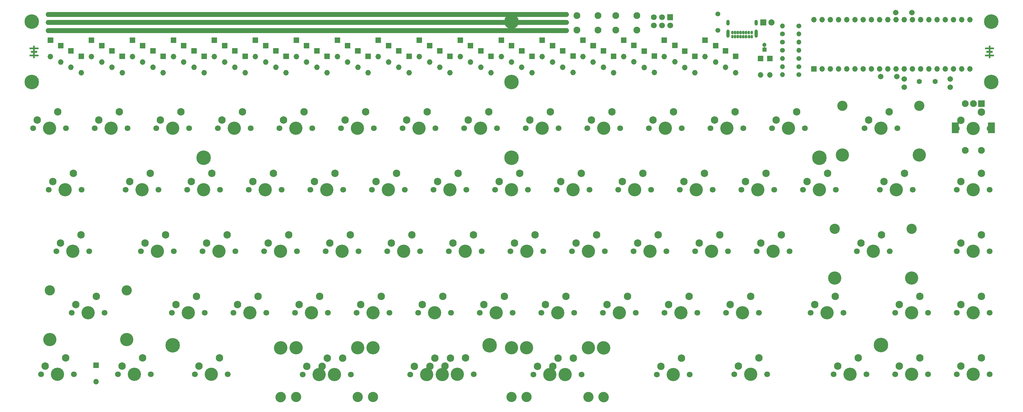
<source format=gts>
G04 #@! TF.GenerationSoftware,KiCad,Pcbnew,(5.1.10)-1*
G04 #@! TF.CreationDate,2021-07-26T01:32:03-04:00*
G04 #@! TF.ProjectId,discipline-pcb,64697363-6970-46c6-996e-652d7063622e,rev?*
G04 #@! TF.SameCoordinates,Original*
G04 #@! TF.FileFunction,Soldermask,Top*
G04 #@! TF.FilePolarity,Negative*
%FSLAX46Y46*%
G04 Gerber Fmt 4.6, Leading zero omitted, Abs format (unit mm)*
G04 Created by KiCad (PCBNEW (5.1.10)-1) date 2021-07-26 01:32:03*
%MOMM*%
%LPD*%
G01*
G04 APERTURE LIST*
%ADD10C,1.500000*%
%ADD11C,0.010000*%
%ADD12C,1.802000*%
%ADD13C,4.102000*%
%ADD14C,2.302000*%
%ADD15C,2.102000*%
%ADD16C,3.152000*%
%ADD17C,4.502000*%
%ADD18O,1.702000X1.702000*%
%ADD19C,1.702000*%
%ADD20C,1.302000*%
%ADD21O,1.502000X1.502000*%
%ADD22C,1.502000*%
%ADD23C,1.602000*%
%ADD24C,1.902000*%
%ADD25O,0.752000X1.102000*%
%ADD26O,1.002000X2.502000*%
%ADD27O,1.002000X1.802000*%
%ADD28C,0.100000*%
G04 APERTURE END LIST*
D10*
X223254308Y-59503020D02*
X62883004Y-59503020D01*
X223254308Y-61986290D02*
X62883004Y-61986290D01*
X223254308Y-64469560D02*
X62883004Y-64469560D01*
D11*
G36*
X354287356Y-69739610D02*
G01*
X354856739Y-69741787D01*
X355426122Y-69743963D01*
X355426122Y-70150363D01*
X354287356Y-70154715D01*
X354287356Y-70814996D01*
X355007023Y-70814996D01*
X355007023Y-71246796D01*
X354287356Y-71246796D01*
X354287356Y-71924010D01*
X354856739Y-71926187D01*
X355426122Y-71928363D01*
X355428385Y-72142146D01*
X355430647Y-72355929D01*
X354287356Y-72355929D01*
X354287356Y-72973996D01*
X353847089Y-72973996D01*
X353847089Y-72355929D01*
X352712556Y-72355929D01*
X352712556Y-71924130D01*
X353847089Y-71924130D01*
X353847089Y-71246796D01*
X353135889Y-71246796D01*
X353135889Y-70814996D01*
X353847089Y-70814996D01*
X353847089Y-70154596D01*
X352712556Y-70154596D01*
X352712556Y-69739730D01*
X353846870Y-69739730D01*
X353851322Y-69151296D01*
X354069339Y-69149037D01*
X354287356Y-69146777D01*
X354287356Y-69739610D01*
G37*
X354287356Y-69739610D02*
X354856739Y-69741787D01*
X355426122Y-69743963D01*
X355426122Y-70150363D01*
X354287356Y-70154715D01*
X354287356Y-70814996D01*
X355007023Y-70814996D01*
X355007023Y-71246796D01*
X354287356Y-71246796D01*
X354287356Y-71924010D01*
X354856739Y-71926187D01*
X355426122Y-71928363D01*
X355428385Y-72142146D01*
X355430647Y-72355929D01*
X354287356Y-72355929D01*
X354287356Y-72973996D01*
X353847089Y-72973996D01*
X353847089Y-72355929D01*
X352712556Y-72355929D01*
X352712556Y-71924130D01*
X353847089Y-71924130D01*
X353847089Y-71246796D01*
X353135889Y-71246796D01*
X353135889Y-70814996D01*
X353847089Y-70814996D01*
X353847089Y-70154596D01*
X352712556Y-70154596D01*
X352712556Y-69739730D01*
X353846870Y-69739730D01*
X353851322Y-69151296D01*
X354069339Y-69149037D01*
X354287356Y-69146777D01*
X354287356Y-69739610D01*
G36*
X58671725Y-69739610D02*
G01*
X59241108Y-69741787D01*
X59810491Y-69743963D01*
X59810491Y-70150363D01*
X58671725Y-70154715D01*
X58671725Y-70814996D01*
X59391392Y-70814996D01*
X59391392Y-71246796D01*
X58671725Y-71246796D01*
X58671725Y-71924010D01*
X59241108Y-71926187D01*
X59810491Y-71928363D01*
X59812754Y-72142146D01*
X59815016Y-72355929D01*
X58671725Y-72355929D01*
X58671725Y-72973996D01*
X58231458Y-72973996D01*
X58231458Y-72355929D01*
X57096925Y-72355929D01*
X57096925Y-71924130D01*
X58231458Y-71924130D01*
X58231458Y-71246796D01*
X57520258Y-71246796D01*
X57520258Y-70814996D01*
X58231458Y-70814996D01*
X58231458Y-70154596D01*
X57096925Y-70154596D01*
X57096925Y-69739730D01*
X58231239Y-69739730D01*
X58235691Y-69151296D01*
X58453708Y-69149037D01*
X58671725Y-69146777D01*
X58671725Y-69739610D01*
G37*
X58671725Y-69739610D02*
X59241108Y-69741787D01*
X59810491Y-69743963D01*
X59810491Y-70150363D01*
X58671725Y-70154715D01*
X58671725Y-70814996D01*
X59391392Y-70814996D01*
X59391392Y-71246796D01*
X58671725Y-71246796D01*
X58671725Y-71924010D01*
X59241108Y-71926187D01*
X59810491Y-71928363D01*
X59812754Y-72142146D01*
X59815016Y-72355929D01*
X58671725Y-72355929D01*
X58671725Y-72973996D01*
X58231458Y-72973996D01*
X58231458Y-72355929D01*
X57096925Y-72355929D01*
X57096925Y-71924130D01*
X58231458Y-71924130D01*
X58231458Y-71246796D01*
X57520258Y-71246796D01*
X57520258Y-70814996D01*
X58231458Y-70814996D01*
X58231458Y-70154596D01*
X57096925Y-70154596D01*
X57096925Y-69739730D01*
X58231239Y-69739730D01*
X58235691Y-69151296D01*
X58453708Y-69149037D01*
X58671725Y-69146777D01*
X58671725Y-69739610D01*
D10*
X223254308Y-59503020D02*
X62883004Y-59503020D01*
X223254308Y-61986290D02*
X62883004Y-61986290D01*
X223254308Y-64469560D02*
X62883004Y-64469560D01*
D11*
G36*
X354287356Y-69739610D02*
G01*
X354856739Y-69741787D01*
X355426122Y-69743963D01*
X355426122Y-70150363D01*
X354287356Y-70154715D01*
X354287356Y-70814996D01*
X355007023Y-70814996D01*
X355007023Y-71246796D01*
X354287356Y-71246796D01*
X354287356Y-71924010D01*
X354856739Y-71926187D01*
X355426122Y-71928363D01*
X355428385Y-72142146D01*
X355430647Y-72355929D01*
X354287356Y-72355929D01*
X354287356Y-72973996D01*
X353847089Y-72973996D01*
X353847089Y-72355929D01*
X352712556Y-72355929D01*
X352712556Y-71924130D01*
X353847089Y-71924130D01*
X353847089Y-71246796D01*
X353135889Y-71246796D01*
X353135889Y-70814996D01*
X353847089Y-70814996D01*
X353847089Y-70154596D01*
X352712556Y-70154596D01*
X352712556Y-69739730D01*
X353846870Y-69739730D01*
X353851322Y-69151296D01*
X354069339Y-69149037D01*
X354287356Y-69146777D01*
X354287356Y-69739610D01*
G37*
X354287356Y-69739610D02*
X354856739Y-69741787D01*
X355426122Y-69743963D01*
X355426122Y-70150363D01*
X354287356Y-70154715D01*
X354287356Y-70814996D01*
X355007023Y-70814996D01*
X355007023Y-71246796D01*
X354287356Y-71246796D01*
X354287356Y-71924010D01*
X354856739Y-71926187D01*
X355426122Y-71928363D01*
X355428385Y-72142146D01*
X355430647Y-72355929D01*
X354287356Y-72355929D01*
X354287356Y-72973996D01*
X353847089Y-72973996D01*
X353847089Y-72355929D01*
X352712556Y-72355929D01*
X352712556Y-71924130D01*
X353847089Y-71924130D01*
X353847089Y-71246796D01*
X353135889Y-71246796D01*
X353135889Y-70814996D01*
X353847089Y-70814996D01*
X353847089Y-70154596D01*
X352712556Y-70154596D01*
X352712556Y-69739730D01*
X353846870Y-69739730D01*
X353851322Y-69151296D01*
X354069339Y-69149037D01*
X354287356Y-69146777D01*
X354287356Y-69739610D01*
G36*
X58671725Y-69739610D02*
G01*
X59241108Y-69741787D01*
X59810491Y-69743963D01*
X59810491Y-70150363D01*
X58671725Y-70154715D01*
X58671725Y-70814996D01*
X59391392Y-70814996D01*
X59391392Y-71246796D01*
X58671725Y-71246796D01*
X58671725Y-71924010D01*
X59241108Y-71926187D01*
X59810491Y-71928363D01*
X59812754Y-72142146D01*
X59815016Y-72355929D01*
X58671725Y-72355929D01*
X58671725Y-72973996D01*
X58231458Y-72973996D01*
X58231458Y-72355929D01*
X57096925Y-72355929D01*
X57096925Y-71924130D01*
X58231458Y-71924130D01*
X58231458Y-71246796D01*
X57520258Y-71246796D01*
X57520258Y-70814996D01*
X58231458Y-70814996D01*
X58231458Y-70154596D01*
X57096925Y-70154596D01*
X57096925Y-69739730D01*
X58231239Y-69739730D01*
X58235691Y-69151296D01*
X58453708Y-69149037D01*
X58671725Y-69146777D01*
X58671725Y-69739610D01*
G37*
X58671725Y-69739610D02*
X59241108Y-69741787D01*
X59810491Y-69743963D01*
X59810491Y-70150363D01*
X58671725Y-70154715D01*
X58671725Y-70814996D01*
X59391392Y-70814996D01*
X59391392Y-71246796D01*
X58671725Y-71246796D01*
X58671725Y-71924010D01*
X59241108Y-71926187D01*
X59810491Y-71928363D01*
X59812754Y-72142146D01*
X59815016Y-72355929D01*
X58671725Y-72355929D01*
X58671725Y-72973996D01*
X58231458Y-72973996D01*
X58231458Y-72355929D01*
X57096925Y-72355929D01*
X57096925Y-71924130D01*
X58231458Y-71924130D01*
X58231458Y-71246796D01*
X57520258Y-71246796D01*
X57520258Y-70814996D01*
X58231458Y-70814996D01*
X58231458Y-70154596D01*
X57096925Y-70154596D01*
X57096925Y-69739730D01*
X58231239Y-69739730D01*
X58235691Y-69151296D01*
X58453708Y-69149037D01*
X58671725Y-69146777D01*
X58671725Y-69739610D01*
D12*
X354166000Y-94798000D03*
X344006000Y-94798000D03*
D13*
X349086000Y-94798000D03*
D14*
X345276000Y-92258000D03*
X351626000Y-89718000D03*
D15*
X346599500Y-101622000D03*
X351599500Y-101622000D03*
G36*
G01*
X342499500Y-92971000D02*
X344499500Y-92971000D01*
G75*
G02*
X344550500Y-93022000I0J-51000D01*
G01*
X344550500Y-96222000D01*
G75*
G02*
X344499500Y-96273000I-51000J0D01*
G01*
X342499500Y-96273000D01*
G75*
G02*
X342448500Y-96222000I0J51000D01*
G01*
X342448500Y-93022000D01*
G75*
G02*
X342499500Y-92971000I51000J0D01*
G01*
G37*
G36*
G01*
X353699500Y-92971000D02*
X355699500Y-92971000D01*
G75*
G02*
X355750500Y-93022000I0J-51000D01*
G01*
X355750500Y-96222000D01*
G75*
G02*
X355699500Y-96273000I-51000J0D01*
G01*
X353699500Y-96273000D01*
G75*
G02*
X353648500Y-96222000I0J51000D01*
G01*
X353648500Y-93022000D01*
G75*
G02*
X353699500Y-92971000I51000J0D01*
G01*
G37*
X346599500Y-87122000D03*
X349099500Y-87122000D03*
G36*
G01*
X350599500Y-86071000D02*
X352599500Y-86071000D01*
G75*
G02*
X352650500Y-86122000I0J-51000D01*
G01*
X352650500Y-88122000D01*
G75*
G02*
X352599500Y-88173000I-51000J0D01*
G01*
X350599500Y-88173000D01*
G75*
G02*
X350548500Y-88122000I0J51000D01*
G01*
X350548500Y-86122000D01*
G75*
G02*
X350599500Y-86071000I51000J0D01*
G01*
G37*
D14*
X154000000Y-165900000D03*
X147650000Y-168440000D03*
D13*
X151460000Y-170980000D03*
D12*
X146380000Y-170980000D03*
X156540000Y-170980000D03*
D13*
X139560000Y-162740000D03*
X163360000Y-162740000D03*
D16*
X163360000Y-177980000D03*
X139560000Y-177980000D03*
X330035250Y-125873750D03*
X306235250Y-125873750D03*
D13*
X306235250Y-141113750D03*
X330035250Y-141113750D03*
D12*
X323215250Y-132873750D03*
X313055250Y-132873750D03*
D13*
X318135250Y-132873750D03*
D14*
X314325250Y-130333750D03*
X320675250Y-127793750D03*
X323056250Y-89693750D03*
X316706250Y-92233750D03*
D13*
X320516250Y-94773750D03*
D12*
X315436250Y-94773750D03*
X325596250Y-94773750D03*
D13*
X332416250Y-103013750D03*
X308616250Y-103013750D03*
D16*
X308616250Y-87773750D03*
X332416250Y-87773750D03*
D14*
X282790000Y-165883620D03*
X276440000Y-168423620D03*
D13*
X280250000Y-170963620D03*
D12*
X275170000Y-170963620D03*
X285330000Y-170963620D03*
D17*
X206213345Y-61694750D03*
X206213345Y-80444750D03*
X199436000Y-161948000D03*
X206236000Y-103848000D03*
X301436000Y-103848000D03*
X110936000Y-103848000D03*
X320536000Y-161848000D03*
X101436000Y-161948000D03*
X354660309Y-80444750D03*
X354660309Y-61694750D03*
X57766382Y-61694750D03*
X57766382Y-80444750D03*
D18*
X275541929Y-77516199D03*
G36*
G01*
X274741929Y-71585199D02*
X276341929Y-71585199D01*
G75*
G02*
X276392929Y-71636199I0J-51000D01*
G01*
X276392929Y-73236199D01*
G75*
G02*
X276341929Y-73287199I-51000J0D01*
G01*
X274741929Y-73287199D01*
G75*
G02*
X274690929Y-73236199I0J51000D01*
G01*
X274690929Y-71636199D01*
G75*
G02*
X274741929Y-71585199I51000J0D01*
G01*
G37*
D16*
X87147450Y-144923750D03*
X63347450Y-144923750D03*
D13*
X63347450Y-160163750D03*
X87147450Y-160163750D03*
D12*
X80327450Y-151923750D03*
X70167450Y-151923750D03*
D13*
X75247450Y-151923750D03*
D14*
X71437450Y-149383750D03*
X77787450Y-146843750D03*
X65881250Y-89693750D03*
X59531250Y-92233750D03*
D13*
X63341250Y-94773750D03*
D12*
X58261250Y-94773750D03*
X68421250Y-94773750D03*
D14*
X258790000Y-165920000D03*
X252440000Y-168460000D03*
D13*
X256250000Y-171000000D03*
D12*
X251170000Y-171000000D03*
X261330000Y-171000000D03*
D14*
X225350000Y-165900000D03*
X219000000Y-168440000D03*
D13*
X222810000Y-170980000D03*
D12*
X217730000Y-170980000D03*
X227890000Y-170980000D03*
D13*
X210910000Y-162740000D03*
X234710000Y-162740000D03*
D16*
X234710000Y-177980000D03*
X210910000Y-177980000D03*
D14*
X149250000Y-165900000D03*
X142900000Y-168440000D03*
D13*
X146710000Y-170980000D03*
D12*
X141630000Y-170980000D03*
X151790000Y-170980000D03*
D13*
X134810000Y-162740000D03*
X158610000Y-162740000D03*
D16*
X158610000Y-177980000D03*
X134810000Y-177980000D03*
D14*
X220650000Y-165900000D03*
X214300000Y-168440000D03*
D13*
X218110000Y-170980000D03*
D12*
X213030000Y-170980000D03*
X223190000Y-170980000D03*
D13*
X206210000Y-162740000D03*
X230010000Y-162740000D03*
D16*
X230010000Y-177980000D03*
X206210000Y-177980000D03*
D14*
X187325000Y-165925500D03*
X180975000Y-168465500D03*
D13*
X184785000Y-171005500D03*
D12*
X179705000Y-171005500D03*
X189865000Y-171005500D03*
D13*
X134785000Y-162765500D03*
X234785000Y-162765500D03*
D16*
X234785000Y-178005500D03*
X134785000Y-178005500D03*
D18*
X77724000Y-173228000D03*
G36*
G01*
X76924000Y-167297000D02*
X78524000Y-167297000D01*
G75*
G02*
X78575000Y-167348000I0J-51000D01*
G01*
X78575000Y-168948000D01*
G75*
G02*
X78524000Y-168999000I-51000J0D01*
G01*
X76924000Y-168999000D01*
G75*
G02*
X76873000Y-168948000I0J51000D01*
G01*
X76873000Y-167348000D01*
G75*
G02*
X76924000Y-167297000I51000J0D01*
G01*
G37*
D14*
X182500000Y-165900000D03*
X176150000Y-168440000D03*
D13*
X179960000Y-170980000D03*
D12*
X174880000Y-170980000D03*
X185040000Y-170980000D03*
D14*
X192000000Y-165893750D03*
X185650000Y-168433750D03*
D13*
X189460000Y-170973750D03*
D12*
X184380000Y-170973750D03*
X194540000Y-170973750D03*
D18*
X250444000Y-77470000D03*
G36*
G01*
X249644000Y-71539000D02*
X251244000Y-71539000D01*
G75*
G02*
X251295000Y-71590000I0J-51000D01*
G01*
X251295000Y-73190000D01*
G75*
G02*
X251244000Y-73241000I-51000J0D01*
G01*
X249644000Y-73241000D01*
G75*
G02*
X249593000Y-73190000I0J51000D01*
G01*
X249593000Y-71590000D01*
G75*
G02*
X249644000Y-71539000I51000J0D01*
G01*
G37*
X256794000Y-74168000D03*
G36*
G01*
X255994000Y-68237000D02*
X257594000Y-68237000D01*
G75*
G02*
X257645000Y-68288000I0J-51000D01*
G01*
X257645000Y-69888000D01*
G75*
G02*
X257594000Y-69939000I-51000J0D01*
G01*
X255994000Y-69939000D01*
G75*
G02*
X255943000Y-69888000I0J51000D01*
G01*
X255943000Y-68288000D01*
G75*
G02*
X255994000Y-68237000I51000J0D01*
G01*
G37*
D19*
X325471062Y-78716416D03*
X320471062Y-78716416D03*
X330125530Y-58926178D03*
X325125530Y-58926178D03*
G36*
G01*
X285077677Y-71055866D02*
X283877675Y-71055866D01*
G75*
G02*
X283826676Y-71004867I0J50999D01*
G01*
X283826676Y-69804865D01*
G75*
G02*
X283877675Y-69753866I50999J0D01*
G01*
X285077677Y-69753866D01*
G75*
G02*
X285128676Y-69804865I0J-50999D01*
G01*
X285128676Y-71004867D01*
G75*
G02*
X285077677Y-71055866I-50999J0D01*
G01*
G37*
D20*
X284477676Y-68904866D03*
D19*
X327680238Y-79506040D03*
X327680238Y-82006040D03*
X341906112Y-79506040D03*
X341906112Y-82006040D03*
D21*
X290026316Y-78138982D03*
D22*
X295106316Y-78138982D03*
D21*
X290026316Y-75645517D03*
D22*
X295106316Y-75645517D03*
D21*
X290026316Y-73152052D03*
D22*
X295106316Y-73152052D03*
D21*
X295106316Y-70580211D03*
D22*
X290026316Y-70580211D03*
D21*
X295106316Y-68060499D03*
D22*
X290026316Y-68060499D03*
D21*
X295106316Y-65567034D03*
D22*
X290026316Y-65567034D03*
D21*
X290026316Y-63073204D03*
D22*
X295106316Y-63073204D03*
G36*
G01*
X300553430Y-77240182D02*
X298953430Y-77240182D01*
G75*
G02*
X298902430Y-77189182I0J51000D01*
G01*
X298902430Y-75589182D01*
G75*
G02*
X298953430Y-75538182I51000J0D01*
G01*
X300553430Y-75538182D01*
G75*
G02*
X300604430Y-75589182I0J-51000D01*
G01*
X300604430Y-77189182D01*
G75*
G02*
X300553430Y-77240182I-51000J0D01*
G01*
G37*
D18*
X348013430Y-61149182D03*
X302293430Y-76389182D03*
X345473430Y-61149182D03*
X304833430Y-76389182D03*
X342933430Y-61149182D03*
X307373430Y-76389182D03*
X340393430Y-61149182D03*
X309913430Y-76389182D03*
X337853430Y-61149182D03*
X312453430Y-76389182D03*
X335313430Y-61149182D03*
X314993430Y-76389182D03*
X332773430Y-61149182D03*
X317533430Y-76389182D03*
X330233430Y-61149182D03*
X320073430Y-76389182D03*
X327693430Y-61149182D03*
X322613430Y-76389182D03*
X325153430Y-61149182D03*
X325153430Y-76389182D03*
X322613430Y-61149182D03*
X327693430Y-76389182D03*
X320073430Y-61149182D03*
X330233430Y-76389182D03*
X317533430Y-61149182D03*
X332773430Y-76389182D03*
X314993430Y-61149182D03*
X335313430Y-76389182D03*
X312453430Y-61149182D03*
X337853430Y-76389182D03*
X309913430Y-61149182D03*
X340393430Y-76389182D03*
X307373430Y-61149182D03*
X342933430Y-76389182D03*
X304833430Y-61149182D03*
X345473430Y-76389182D03*
X302293430Y-61149182D03*
X348013430Y-76389182D03*
X299753430Y-61149182D03*
G36*
G01*
X256194830Y-59500870D02*
X256194830Y-61200870D01*
G75*
G02*
X256143830Y-61251870I-51000J0D01*
G01*
X254443830Y-61251870D01*
G75*
G02*
X254392830Y-61200870I0J51000D01*
G01*
X254392830Y-59500870D01*
G75*
G02*
X254443830Y-59449870I51000J0D01*
G01*
X256143830Y-59449870D01*
G75*
G02*
X256194830Y-59500870I0J-51000D01*
G01*
G37*
D12*
X255293830Y-62890870D03*
X252753830Y-60350870D03*
X252753830Y-62890870D03*
X250213830Y-60350870D03*
X250213830Y-62890870D03*
D14*
X68262450Y-165883620D03*
X61912450Y-168423620D03*
D13*
X65722450Y-170963620D03*
D12*
X60642450Y-170963620D03*
X70802450Y-170963620D03*
D14*
X92075050Y-165893750D03*
X85725050Y-168433750D03*
D13*
X89535050Y-170973750D03*
D12*
X84455050Y-170973750D03*
X94615050Y-170973750D03*
D14*
X115887450Y-165883620D03*
X109537450Y-168423620D03*
D13*
X113347450Y-170963620D03*
D12*
X108267450Y-170963620D03*
X118427450Y-170963620D03*
D14*
X73025050Y-127783620D03*
X66675050Y-130323620D03*
D13*
X70485050Y-132863620D03*
D12*
X65405050Y-132863620D03*
X75565050Y-132863620D03*
D14*
X306387250Y-146843750D03*
X300037250Y-149383750D03*
D13*
X303847250Y-151923750D03*
D12*
X298767250Y-151923750D03*
X308927250Y-151923750D03*
X73183750Y-113823750D03*
X63023750Y-113823750D03*
D13*
X68103750Y-113823750D03*
D14*
X64293750Y-111283750D03*
X70643750Y-108743750D03*
D12*
X330358250Y-113823750D03*
X320198250Y-113823750D03*
D13*
X325278250Y-113823750D03*
D14*
X321468250Y-111283750D03*
X327818250Y-108743750D03*
X294481250Y-89693750D03*
X288131250Y-92233750D03*
D13*
X291941250Y-94773750D03*
D12*
X286861250Y-94773750D03*
X297021250Y-94773750D03*
D14*
X132556250Y-108743750D03*
X126206250Y-111283750D03*
D13*
X130016250Y-113823750D03*
D12*
X124936250Y-113823750D03*
X135096250Y-113823750D03*
D14*
X84931250Y-89693750D03*
X78581250Y-92233750D03*
D13*
X82391250Y-94773750D03*
D12*
X77311250Y-94773750D03*
X87471250Y-94773750D03*
D14*
X103981250Y-89693750D03*
X97631250Y-92233750D03*
D13*
X101441250Y-94773750D03*
D12*
X96361250Y-94773750D03*
X106521250Y-94773750D03*
D14*
X123031250Y-89693750D03*
X116681250Y-92233750D03*
D13*
X120491250Y-94773750D03*
D12*
X115411250Y-94773750D03*
X125571250Y-94773750D03*
D14*
X142081250Y-89693750D03*
X135731250Y-92233750D03*
D13*
X139541250Y-94773750D03*
D12*
X134461250Y-94773750D03*
X144621250Y-94773750D03*
D14*
X161131250Y-89693750D03*
X154781250Y-92233750D03*
D13*
X158591250Y-94773750D03*
D12*
X153511250Y-94773750D03*
X163671250Y-94773750D03*
D14*
X180181250Y-89693750D03*
X173831250Y-92233750D03*
D13*
X177641250Y-94773750D03*
D12*
X172561250Y-94773750D03*
X182721250Y-94773750D03*
D14*
X199231250Y-89693750D03*
X192881250Y-92233750D03*
D13*
X196691250Y-94773750D03*
D12*
X191611250Y-94773750D03*
X201771250Y-94773750D03*
D14*
X218281250Y-89693750D03*
X211931250Y-92233750D03*
D13*
X215741250Y-94773750D03*
D12*
X210661250Y-94773750D03*
X220821250Y-94773750D03*
D14*
X237331250Y-89693750D03*
X230981250Y-92233750D03*
D13*
X234791250Y-94773750D03*
D12*
X229711250Y-94773750D03*
X239871250Y-94773750D03*
D14*
X256381250Y-89693750D03*
X250031250Y-92233750D03*
D13*
X253841250Y-94773750D03*
D12*
X248761250Y-94773750D03*
X258921250Y-94773750D03*
D14*
X275431250Y-89693750D03*
X269081250Y-92233750D03*
D13*
X272891250Y-94773750D03*
D12*
X267811250Y-94773750D03*
X277971250Y-94773750D03*
D14*
X94456250Y-108743750D03*
X88106250Y-111283750D03*
D13*
X91916250Y-113823750D03*
D12*
X86836250Y-113823750D03*
X96996250Y-113823750D03*
D14*
X113506250Y-108743750D03*
X107156250Y-111283750D03*
D13*
X110966250Y-113823750D03*
D12*
X105886250Y-113823750D03*
X116046250Y-113823750D03*
D14*
X151606250Y-108743750D03*
X145256250Y-111283750D03*
D13*
X149066250Y-113823750D03*
D12*
X143986250Y-113823750D03*
X154146250Y-113823750D03*
D14*
X170656250Y-108743750D03*
X164306250Y-111283750D03*
D13*
X168116250Y-113823750D03*
D12*
X163036250Y-113823750D03*
X173196250Y-113823750D03*
D14*
X189706250Y-108743750D03*
X183356250Y-111283750D03*
D13*
X187166250Y-113823750D03*
D12*
X182086250Y-113823750D03*
X192246250Y-113823750D03*
D14*
X208756250Y-108743750D03*
X202406250Y-111283750D03*
D13*
X206216250Y-113823750D03*
D12*
X201136250Y-113823750D03*
X211296250Y-113823750D03*
D14*
X227806250Y-108743750D03*
X221456250Y-111283750D03*
D13*
X225266250Y-113823750D03*
D12*
X220186250Y-113823750D03*
X230346250Y-113823750D03*
D14*
X246856250Y-108743750D03*
X240506250Y-111283750D03*
D13*
X244316250Y-113823750D03*
D12*
X239236250Y-113823750D03*
X249396250Y-113823750D03*
D14*
X265906250Y-108743750D03*
X259556250Y-111283750D03*
D13*
X263366250Y-113823750D03*
D12*
X258286250Y-113823750D03*
X268446250Y-113823750D03*
D14*
X284956250Y-108743750D03*
X278606250Y-111283750D03*
D13*
X282416250Y-113823750D03*
D12*
X277336250Y-113823750D03*
X287496250Y-113823750D03*
D14*
X304006250Y-108743750D03*
X297656250Y-111283750D03*
D13*
X301466250Y-113823750D03*
D12*
X296386250Y-113823750D03*
X306546250Y-113823750D03*
D14*
X351631250Y-108743750D03*
X345281250Y-111283750D03*
D13*
X349091250Y-113823750D03*
D12*
X344011250Y-113823750D03*
X354171250Y-113823750D03*
D14*
X99218750Y-127793750D03*
X92868750Y-130333750D03*
D13*
X96678750Y-132873750D03*
D12*
X91598750Y-132873750D03*
X101758750Y-132873750D03*
D14*
X118268750Y-127793750D03*
X111918750Y-130333750D03*
D13*
X115728750Y-132873750D03*
D12*
X110648750Y-132873750D03*
X120808750Y-132873750D03*
D14*
X137318750Y-127793750D03*
X130968750Y-130333750D03*
D13*
X134778750Y-132873750D03*
D12*
X129698750Y-132873750D03*
X139858750Y-132873750D03*
D14*
X156368250Y-127793750D03*
X150018250Y-130333750D03*
D13*
X153828250Y-132873750D03*
D12*
X148748250Y-132873750D03*
X158908250Y-132873750D03*
D14*
X175418250Y-127793750D03*
X169068250Y-130333750D03*
D13*
X172878250Y-132873750D03*
D12*
X167798250Y-132873750D03*
X177958250Y-132873750D03*
D14*
X194468250Y-127793750D03*
X188118250Y-130333750D03*
D13*
X191928250Y-132873750D03*
D12*
X186848250Y-132873750D03*
X197008250Y-132873750D03*
D14*
X213518250Y-127793750D03*
X207168250Y-130333750D03*
D13*
X210978250Y-132873750D03*
D12*
X205898250Y-132873750D03*
X216058250Y-132873750D03*
D14*
X232568250Y-127793750D03*
X226218250Y-130333750D03*
D13*
X230028250Y-132873750D03*
D12*
X224948250Y-132873750D03*
X235108250Y-132873750D03*
D14*
X251618250Y-127793750D03*
X245268250Y-130333750D03*
D13*
X249078250Y-132873750D03*
D12*
X243998250Y-132873750D03*
X254158250Y-132873750D03*
D14*
X270668250Y-127793750D03*
X264318250Y-130333750D03*
D13*
X268128250Y-132873750D03*
D12*
X263048250Y-132873750D03*
X273208250Y-132873750D03*
D14*
X289718250Y-127793750D03*
X283368250Y-130333750D03*
D13*
X287178250Y-132873750D03*
D12*
X282098250Y-132873750D03*
X292258250Y-132873750D03*
D14*
X351631250Y-127793750D03*
X345281250Y-130333750D03*
D13*
X349091250Y-132873750D03*
D12*
X344011250Y-132873750D03*
X354171250Y-132873750D03*
D14*
X108743750Y-146843750D03*
X102393750Y-149383750D03*
D13*
X106203750Y-151923750D03*
D12*
X101123750Y-151923750D03*
X111283750Y-151923750D03*
D14*
X127793750Y-146843750D03*
X121443750Y-149383750D03*
D13*
X125253750Y-151923750D03*
D12*
X120173750Y-151923750D03*
X130333750Y-151923750D03*
D14*
X146843750Y-146843750D03*
X140493750Y-149383750D03*
D13*
X144303750Y-151923750D03*
D12*
X139223750Y-151923750D03*
X149383750Y-151923750D03*
D14*
X165894250Y-146843750D03*
X159544250Y-149383750D03*
D13*
X163354250Y-151923750D03*
D12*
X158274250Y-151923750D03*
X168434250Y-151923750D03*
D14*
X184944250Y-146843750D03*
X178594250Y-149383750D03*
D13*
X182404250Y-151923750D03*
D12*
X177324250Y-151923750D03*
X187484250Y-151923750D03*
D14*
X203994250Y-146843750D03*
X197644250Y-149383750D03*
D13*
X201454250Y-151923750D03*
D12*
X196374250Y-151923750D03*
X206534250Y-151923750D03*
D14*
X223044250Y-146843750D03*
X216694250Y-149383750D03*
D13*
X220504250Y-151923750D03*
D12*
X215424250Y-151923750D03*
X225584250Y-151923750D03*
D14*
X242094250Y-146843750D03*
X235744250Y-149383750D03*
D13*
X239554250Y-151923750D03*
D12*
X234474250Y-151923750D03*
X244634250Y-151923750D03*
D14*
X261144250Y-146843750D03*
X254794250Y-149383750D03*
D13*
X258604250Y-151923750D03*
D12*
X253524250Y-151923750D03*
X263684250Y-151923750D03*
D14*
X280194250Y-146843750D03*
X273844250Y-149383750D03*
D13*
X277654250Y-151923750D03*
D12*
X272574250Y-151923750D03*
X282734250Y-151923750D03*
D14*
X332581250Y-146843750D03*
X326231250Y-149383750D03*
D13*
X330041250Y-151923750D03*
D12*
X324961250Y-151923750D03*
X335121250Y-151923750D03*
D14*
X351631250Y-146843750D03*
X345281250Y-149383750D03*
D13*
X349091250Y-151923750D03*
D12*
X344011250Y-151923750D03*
X354171250Y-151923750D03*
D14*
X313531250Y-165893750D03*
X307181250Y-168433750D03*
D13*
X310991250Y-170973750D03*
D12*
X305911250Y-170973750D03*
X316071250Y-170973750D03*
D14*
X332581250Y-165893750D03*
X326231250Y-168433750D03*
D13*
X330041250Y-170973750D03*
D12*
X324961250Y-170973750D03*
X335121250Y-170973750D03*
D14*
X351631250Y-165893750D03*
X345281250Y-168433750D03*
D13*
X349091250Y-170973750D03*
D12*
X344011250Y-170973750D03*
X354171250Y-170973750D03*
D23*
X337251644Y-80256240D03*
X332371644Y-80256240D03*
D24*
X286667716Y-61970830D03*
G36*
G01*
X283176716Y-62870830D02*
X283176716Y-61070830D01*
G75*
G02*
X283227716Y-61019830I51000J0D01*
G01*
X285027716Y-61019830D01*
G75*
G02*
X285078716Y-61070830I0J-51000D01*
G01*
X285078716Y-62870830D01*
G75*
G02*
X285027716Y-62921830I-51000J0D01*
G01*
X283227716Y-62921830D01*
G75*
G02*
X283176716Y-62870830I0J51000D01*
G01*
G37*
D25*
X278823468Y-66391022D03*
X280523468Y-66391022D03*
X279673468Y-66391022D03*
X277973468Y-66391022D03*
X277123468Y-66391022D03*
X276273468Y-66391022D03*
X275423468Y-66391022D03*
X274573468Y-66391022D03*
X280523468Y-65066022D03*
X279668468Y-65066022D03*
X278818468Y-65066022D03*
X277968468Y-65066022D03*
X277118468Y-65066022D03*
X276268468Y-65066022D03*
X275418468Y-65066022D03*
X274568468Y-65066022D03*
D26*
X281873468Y-65411022D03*
X273223468Y-65411022D03*
D27*
X281873468Y-62031022D03*
X273223468Y-62031022D03*
D22*
X270047614Y-59350838D03*
X270047614Y-64450838D03*
D15*
X244985732Y-59836074D03*
X244985732Y-64336074D03*
X238485732Y-59836074D03*
X238485732Y-64336074D03*
X232985732Y-59836074D03*
X232985732Y-64336074D03*
X226485732Y-59836074D03*
X226485732Y-64336074D03*
D18*
X63600284Y-72555612D03*
G36*
G01*
X62800284Y-66624612D02*
X64400284Y-66624612D01*
G75*
G02*
X64451284Y-66675612I0J-51000D01*
G01*
X64451284Y-68275612D01*
G75*
G02*
X64400284Y-68326612I-51000J0D01*
G01*
X62800284Y-68326612D01*
G75*
G02*
X62749284Y-68275612I0J51000D01*
G01*
X62749284Y-66675612D01*
G75*
G02*
X62800284Y-66624612I51000J0D01*
G01*
G37*
X73108673Y-77516199D03*
G36*
G01*
X72308673Y-71585199D02*
X73908673Y-71585199D01*
G75*
G02*
X73959673Y-71636199I0J-51000D01*
G01*
X73959673Y-73236199D01*
G75*
G02*
X73908673Y-73287199I-51000J0D01*
G01*
X72308673Y-73287199D01*
G75*
G02*
X72257673Y-73236199I0J51000D01*
G01*
X72257673Y-71636199D01*
G75*
G02*
X72308673Y-71585199I51000J0D01*
G01*
G37*
X85786525Y-77516199D03*
G36*
G01*
X84986525Y-71585199D02*
X86586525Y-71585199D01*
G75*
G02*
X86637525Y-71636199I0J-51000D01*
G01*
X86637525Y-73236199D01*
G75*
G02*
X86586525Y-73287199I-51000J0D01*
G01*
X84986525Y-73287199D01*
G75*
G02*
X84935525Y-73236199I0J51000D01*
G01*
X84935525Y-71636199D01*
G75*
G02*
X84986525Y-71585199I51000J0D01*
G01*
G37*
X88955988Y-72555612D03*
G36*
G01*
X88155988Y-66624612D02*
X89755988Y-66624612D01*
G75*
G02*
X89806988Y-66675612I0J-51000D01*
G01*
X89806988Y-68275612D01*
G75*
G02*
X89755988Y-68326612I-51000J0D01*
G01*
X88155988Y-68326612D01*
G75*
G02*
X88104988Y-68275612I0J51000D01*
G01*
X88104988Y-66675612D01*
G75*
G02*
X88155988Y-66624612I51000J0D01*
G01*
G37*
X101633840Y-72555612D03*
G36*
G01*
X100833840Y-66624612D02*
X102433840Y-66624612D01*
G75*
G02*
X102484840Y-66675612I0J-51000D01*
G01*
X102484840Y-68275612D01*
G75*
G02*
X102433840Y-68326612I-51000J0D01*
G01*
X100833840Y-68326612D01*
G75*
G02*
X100782840Y-68275612I0J51000D01*
G01*
X100782840Y-66675612D01*
G75*
G02*
X100833840Y-66624612I51000J0D01*
G01*
G37*
X114311692Y-72555612D03*
G36*
G01*
X113511692Y-66624612D02*
X115111692Y-66624612D01*
G75*
G02*
X115162692Y-66675612I0J-51000D01*
G01*
X115162692Y-68275612D01*
G75*
G02*
X115111692Y-68326612I-51000J0D01*
G01*
X113511692Y-68326612D01*
G75*
G02*
X113460692Y-68275612I0J51000D01*
G01*
X113460692Y-66675612D01*
G75*
G02*
X113511692Y-66624612I51000J0D01*
G01*
G37*
X126989544Y-72555612D03*
G36*
G01*
X126189544Y-66624612D02*
X127789544Y-66624612D01*
G75*
G02*
X127840544Y-66675612I0J-51000D01*
G01*
X127840544Y-68275612D01*
G75*
G02*
X127789544Y-68326612I-51000J0D01*
G01*
X126189544Y-68326612D01*
G75*
G02*
X126138544Y-68275612I0J51000D01*
G01*
X126138544Y-66675612D01*
G75*
G02*
X126189544Y-66624612I51000J0D01*
G01*
G37*
X139667396Y-72555612D03*
G36*
G01*
X138867396Y-66624612D02*
X140467396Y-66624612D01*
G75*
G02*
X140518396Y-66675612I0J-51000D01*
G01*
X140518396Y-68275612D01*
G75*
G02*
X140467396Y-68326612I-51000J0D01*
G01*
X138867396Y-68326612D01*
G75*
G02*
X138816396Y-68275612I0J51000D01*
G01*
X138816396Y-66675612D01*
G75*
G02*
X138867396Y-66624612I51000J0D01*
G01*
G37*
X152345248Y-72555612D03*
G36*
G01*
X151545248Y-66624612D02*
X153145248Y-66624612D01*
G75*
G02*
X153196248Y-66675612I0J-51000D01*
G01*
X153196248Y-68275612D01*
G75*
G02*
X153145248Y-68326612I-51000J0D01*
G01*
X151545248Y-68326612D01*
G75*
G02*
X151494248Y-68275612I0J51000D01*
G01*
X151494248Y-66675612D01*
G75*
G02*
X151545248Y-66624612I51000J0D01*
G01*
G37*
X165023100Y-72555612D03*
G36*
G01*
X164223100Y-66624612D02*
X165823100Y-66624612D01*
G75*
G02*
X165874100Y-66675612I0J-51000D01*
G01*
X165874100Y-68275612D01*
G75*
G02*
X165823100Y-68326612I-51000J0D01*
G01*
X164223100Y-68326612D01*
G75*
G02*
X164172100Y-68275612I0J51000D01*
G01*
X164172100Y-66675612D01*
G75*
G02*
X164223100Y-66624612I51000J0D01*
G01*
G37*
X177700952Y-72555612D03*
G36*
G01*
X176900952Y-66624612D02*
X178500952Y-66624612D01*
G75*
G02*
X178551952Y-66675612I0J-51000D01*
G01*
X178551952Y-68275612D01*
G75*
G02*
X178500952Y-68326612I-51000J0D01*
G01*
X176900952Y-68326612D01*
G75*
G02*
X176849952Y-68275612I0J51000D01*
G01*
X176849952Y-66675612D01*
G75*
G02*
X176900952Y-66624612I51000J0D01*
G01*
G37*
X190378804Y-72555612D03*
G36*
G01*
X189578804Y-66624612D02*
X191178804Y-66624612D01*
G75*
G02*
X191229804Y-66675612I0J-51000D01*
G01*
X191229804Y-68275612D01*
G75*
G02*
X191178804Y-68326612I-51000J0D01*
G01*
X189578804Y-68326612D01*
G75*
G02*
X189527804Y-68275612I0J51000D01*
G01*
X189527804Y-66675612D01*
G75*
G02*
X189578804Y-66624612I51000J0D01*
G01*
G37*
X203056656Y-72555612D03*
G36*
G01*
X202256656Y-66624612D02*
X203856656Y-66624612D01*
G75*
G02*
X203907656Y-66675612I0J-51000D01*
G01*
X203907656Y-68275612D01*
G75*
G02*
X203856656Y-68326612I-51000J0D01*
G01*
X202256656Y-68326612D01*
G75*
G02*
X202205656Y-68275612I0J51000D01*
G01*
X202205656Y-66675612D01*
G75*
G02*
X202256656Y-66624612I51000J0D01*
G01*
G37*
X215734508Y-72555612D03*
G36*
G01*
X214934508Y-66624612D02*
X216534508Y-66624612D01*
G75*
G02*
X216585508Y-66675612I0J-51000D01*
G01*
X216585508Y-68275612D01*
G75*
G02*
X216534508Y-68326612I-51000J0D01*
G01*
X214934508Y-68326612D01*
G75*
G02*
X214883508Y-68275612I0J51000D01*
G01*
X214883508Y-66675612D01*
G75*
G02*
X214934508Y-66624612I51000J0D01*
G01*
G37*
X228342376Y-72555612D03*
G36*
G01*
X227542376Y-66624612D02*
X229142376Y-66624612D01*
G75*
G02*
X229193376Y-66675612I0J-51000D01*
G01*
X229193376Y-68275612D01*
G75*
G02*
X229142376Y-68326612I-51000J0D01*
G01*
X227542376Y-68326612D01*
G75*
G02*
X227491376Y-68275612I0J51000D01*
G01*
X227491376Y-66675612D01*
G75*
G02*
X227542376Y-66624612I51000J0D01*
G01*
G37*
X66769747Y-74209141D03*
G36*
G01*
X65969747Y-68278141D02*
X67569747Y-68278141D01*
G75*
G02*
X67620747Y-68329141I0J-51000D01*
G01*
X67620747Y-69929141D01*
G75*
G02*
X67569747Y-69980141I-51000J0D01*
G01*
X65969747Y-69980141D01*
G75*
G02*
X65918747Y-69929141I0J51000D01*
G01*
X65918747Y-68329141D01*
G75*
G02*
X65969747Y-68278141I51000J0D01*
G01*
G37*
X82617062Y-75862670D03*
G36*
G01*
X81817062Y-69931670D02*
X83417062Y-69931670D01*
G75*
G02*
X83468062Y-69982670I0J-51000D01*
G01*
X83468062Y-71582670D01*
G75*
G02*
X83417062Y-71633670I-51000J0D01*
G01*
X81817062Y-71633670D01*
G75*
G02*
X81766062Y-71582670I0J51000D01*
G01*
X81766062Y-69982670D01*
G75*
G02*
X81817062Y-69931670I51000J0D01*
G01*
G37*
X92125451Y-74209141D03*
G36*
G01*
X91325451Y-68278141D02*
X92925451Y-68278141D01*
G75*
G02*
X92976451Y-68329141I0J-51000D01*
G01*
X92976451Y-69929141D01*
G75*
G02*
X92925451Y-69980141I-51000J0D01*
G01*
X91325451Y-69980141D01*
G75*
G02*
X91274451Y-69929141I0J51000D01*
G01*
X91274451Y-68329141D01*
G75*
G02*
X91325451Y-68278141I51000J0D01*
G01*
G37*
X104803303Y-74209141D03*
G36*
G01*
X104003303Y-68278141D02*
X105603303Y-68278141D01*
G75*
G02*
X105654303Y-68329141I0J-51000D01*
G01*
X105654303Y-69929141D01*
G75*
G02*
X105603303Y-69980141I-51000J0D01*
G01*
X104003303Y-69980141D01*
G75*
G02*
X103952303Y-69929141I0J51000D01*
G01*
X103952303Y-68329141D01*
G75*
G02*
X104003303Y-68278141I51000J0D01*
G01*
G37*
X117481155Y-74209141D03*
G36*
G01*
X116681155Y-68278141D02*
X118281155Y-68278141D01*
G75*
G02*
X118332155Y-68329141I0J-51000D01*
G01*
X118332155Y-69929141D01*
G75*
G02*
X118281155Y-69980141I-51000J0D01*
G01*
X116681155Y-69980141D01*
G75*
G02*
X116630155Y-69929141I0J51000D01*
G01*
X116630155Y-68329141D01*
G75*
G02*
X116681155Y-68278141I51000J0D01*
G01*
G37*
X130159007Y-74209141D03*
G36*
G01*
X129359007Y-68278141D02*
X130959007Y-68278141D01*
G75*
G02*
X131010007Y-68329141I0J-51000D01*
G01*
X131010007Y-69929141D01*
G75*
G02*
X130959007Y-69980141I-51000J0D01*
G01*
X129359007Y-69980141D01*
G75*
G02*
X129308007Y-69929141I0J51000D01*
G01*
X129308007Y-68329141D01*
G75*
G02*
X129359007Y-68278141I51000J0D01*
G01*
G37*
X142836859Y-74209141D03*
G36*
G01*
X142036859Y-68278141D02*
X143636859Y-68278141D01*
G75*
G02*
X143687859Y-68329141I0J-51000D01*
G01*
X143687859Y-69929141D01*
G75*
G02*
X143636859Y-69980141I-51000J0D01*
G01*
X142036859Y-69980141D01*
G75*
G02*
X141985859Y-69929141I0J51000D01*
G01*
X141985859Y-68329141D01*
G75*
G02*
X142036859Y-68278141I51000J0D01*
G01*
G37*
X155514711Y-74209141D03*
G36*
G01*
X154714711Y-68278141D02*
X156314711Y-68278141D01*
G75*
G02*
X156365711Y-68329141I0J-51000D01*
G01*
X156365711Y-69929141D01*
G75*
G02*
X156314711Y-69980141I-51000J0D01*
G01*
X154714711Y-69980141D01*
G75*
G02*
X154663711Y-69929141I0J51000D01*
G01*
X154663711Y-68329141D01*
G75*
G02*
X154714711Y-68278141I51000J0D01*
G01*
G37*
X168192563Y-74209141D03*
G36*
G01*
X167392563Y-68278141D02*
X168992563Y-68278141D01*
G75*
G02*
X169043563Y-68329141I0J-51000D01*
G01*
X169043563Y-69929141D01*
G75*
G02*
X168992563Y-69980141I-51000J0D01*
G01*
X167392563Y-69980141D01*
G75*
G02*
X167341563Y-69929141I0J51000D01*
G01*
X167341563Y-68329141D01*
G75*
G02*
X167392563Y-68278141I51000J0D01*
G01*
G37*
X180870415Y-74209141D03*
G36*
G01*
X180070415Y-68278141D02*
X181670415Y-68278141D01*
G75*
G02*
X181721415Y-68329141I0J-51000D01*
G01*
X181721415Y-69929141D01*
G75*
G02*
X181670415Y-69980141I-51000J0D01*
G01*
X180070415Y-69980141D01*
G75*
G02*
X180019415Y-69929141I0J51000D01*
G01*
X180019415Y-68329141D01*
G75*
G02*
X180070415Y-68278141I51000J0D01*
G01*
G37*
X193548267Y-74209141D03*
G36*
G01*
X192748267Y-68278141D02*
X194348267Y-68278141D01*
G75*
G02*
X194399267Y-68329141I0J-51000D01*
G01*
X194399267Y-69929141D01*
G75*
G02*
X194348267Y-69980141I-51000J0D01*
G01*
X192748267Y-69980141D01*
G75*
G02*
X192697267Y-69929141I0J51000D01*
G01*
X192697267Y-68329141D01*
G75*
G02*
X192748267Y-68278141I51000J0D01*
G01*
G37*
X206226119Y-74209141D03*
G36*
G01*
X205426119Y-68278141D02*
X207026119Y-68278141D01*
G75*
G02*
X207077119Y-68329141I0J-51000D01*
G01*
X207077119Y-69929141D01*
G75*
G02*
X207026119Y-69980141I-51000J0D01*
G01*
X205426119Y-69980141D01*
G75*
G02*
X205375119Y-69929141I0J51000D01*
G01*
X205375119Y-68329141D01*
G75*
G02*
X205426119Y-68278141I51000J0D01*
G01*
G37*
X218886475Y-74209141D03*
G36*
G01*
X218086475Y-68278141D02*
X219686475Y-68278141D01*
G75*
G02*
X219737475Y-68329141I0J-51000D01*
G01*
X219737475Y-69929141D01*
G75*
G02*
X219686475Y-69980141I-51000J0D01*
G01*
X218086475Y-69980141D01*
G75*
G02*
X218035475Y-69929141I0J51000D01*
G01*
X218035475Y-68329141D01*
G75*
G02*
X218086475Y-68278141I51000J0D01*
G01*
G37*
X231493149Y-74209141D03*
G36*
G01*
X230693149Y-68278141D02*
X232293149Y-68278141D01*
G75*
G02*
X232344149Y-68329141I0J-51000D01*
G01*
X232344149Y-69929141D01*
G75*
G02*
X232293149Y-69980141I-51000J0D01*
G01*
X230693149Y-69980141D01*
G75*
G02*
X230642149Y-69929141I0J51000D01*
G01*
X230642149Y-68329141D01*
G75*
G02*
X230693149Y-68278141I51000J0D01*
G01*
G37*
X272453205Y-75862670D03*
G36*
G01*
X271653205Y-69931670D02*
X273253205Y-69931670D01*
G75*
G02*
X273304205Y-69982670I0J-51000D01*
G01*
X273304205Y-71582670D01*
G75*
G02*
X273253205Y-71633670I-51000J0D01*
G01*
X271653205Y-71633670D01*
G75*
G02*
X271602205Y-71582670I0J51000D01*
G01*
X271602205Y-69982670D01*
G75*
G02*
X271653205Y-69931670I51000J0D01*
G01*
G37*
X69939210Y-75862670D03*
G36*
G01*
X69139210Y-69931670D02*
X70739210Y-69931670D01*
G75*
G02*
X70790210Y-69982670I0J-51000D01*
G01*
X70790210Y-71582670D01*
G75*
G02*
X70739210Y-71633670I-51000J0D01*
G01*
X69139210Y-71633670D01*
G75*
G02*
X69088210Y-71582670I0J51000D01*
G01*
X69088210Y-69982670D01*
G75*
G02*
X69139210Y-69931670I51000J0D01*
G01*
G37*
X79447599Y-74209141D03*
G36*
G01*
X78647599Y-68278141D02*
X80247599Y-68278141D01*
G75*
G02*
X80298599Y-68329141I0J-51000D01*
G01*
X80298599Y-69929141D01*
G75*
G02*
X80247599Y-69980141I-51000J0D01*
G01*
X78647599Y-69980141D01*
G75*
G02*
X78596599Y-69929141I0J51000D01*
G01*
X78596599Y-68329141D01*
G75*
G02*
X78647599Y-68278141I51000J0D01*
G01*
G37*
X95294914Y-75862670D03*
G36*
G01*
X94494914Y-69931670D02*
X96094914Y-69931670D01*
G75*
G02*
X96145914Y-69982670I0J-51000D01*
G01*
X96145914Y-71582670D01*
G75*
G02*
X96094914Y-71633670I-51000J0D01*
G01*
X94494914Y-71633670D01*
G75*
G02*
X94443914Y-71582670I0J51000D01*
G01*
X94443914Y-69982670D01*
G75*
G02*
X94494914Y-69931670I51000J0D01*
G01*
G37*
X107972766Y-75862670D03*
G36*
G01*
X107172766Y-69931670D02*
X108772766Y-69931670D01*
G75*
G02*
X108823766Y-69982670I0J-51000D01*
G01*
X108823766Y-71582670D01*
G75*
G02*
X108772766Y-71633670I-51000J0D01*
G01*
X107172766Y-71633670D01*
G75*
G02*
X107121766Y-71582670I0J51000D01*
G01*
X107121766Y-69982670D01*
G75*
G02*
X107172766Y-69931670I51000J0D01*
G01*
G37*
X120650618Y-75862670D03*
G36*
G01*
X119850618Y-69931670D02*
X121450618Y-69931670D01*
G75*
G02*
X121501618Y-69982670I0J-51000D01*
G01*
X121501618Y-71582670D01*
G75*
G02*
X121450618Y-71633670I-51000J0D01*
G01*
X119850618Y-71633670D01*
G75*
G02*
X119799618Y-71582670I0J51000D01*
G01*
X119799618Y-69982670D01*
G75*
G02*
X119850618Y-69931670I51000J0D01*
G01*
G37*
X133328470Y-75862670D03*
G36*
G01*
X132528470Y-69931670D02*
X134128470Y-69931670D01*
G75*
G02*
X134179470Y-69982670I0J-51000D01*
G01*
X134179470Y-71582670D01*
G75*
G02*
X134128470Y-71633670I-51000J0D01*
G01*
X132528470Y-71633670D01*
G75*
G02*
X132477470Y-71582670I0J51000D01*
G01*
X132477470Y-69982670D01*
G75*
G02*
X132528470Y-69931670I51000J0D01*
G01*
G37*
X146006322Y-75862670D03*
G36*
G01*
X145206322Y-69931670D02*
X146806322Y-69931670D01*
G75*
G02*
X146857322Y-69982670I0J-51000D01*
G01*
X146857322Y-71582670D01*
G75*
G02*
X146806322Y-71633670I-51000J0D01*
G01*
X145206322Y-71633670D01*
G75*
G02*
X145155322Y-71582670I0J51000D01*
G01*
X145155322Y-69982670D01*
G75*
G02*
X145206322Y-69931670I51000J0D01*
G01*
G37*
X158684174Y-75862670D03*
G36*
G01*
X157884174Y-69931670D02*
X159484174Y-69931670D01*
G75*
G02*
X159535174Y-69982670I0J-51000D01*
G01*
X159535174Y-71582670D01*
G75*
G02*
X159484174Y-71633670I-51000J0D01*
G01*
X157884174Y-71633670D01*
G75*
G02*
X157833174Y-71582670I0J51000D01*
G01*
X157833174Y-69982670D01*
G75*
G02*
X157884174Y-69931670I51000J0D01*
G01*
G37*
X171362026Y-75862670D03*
G36*
G01*
X170562026Y-69931670D02*
X172162026Y-69931670D01*
G75*
G02*
X172213026Y-69982670I0J-51000D01*
G01*
X172213026Y-71582670D01*
G75*
G02*
X172162026Y-71633670I-51000J0D01*
G01*
X170562026Y-71633670D01*
G75*
G02*
X170511026Y-71582670I0J51000D01*
G01*
X170511026Y-69982670D01*
G75*
G02*
X170562026Y-69931670I51000J0D01*
G01*
G37*
X184039878Y-75862670D03*
G36*
G01*
X183239878Y-69931670D02*
X184839878Y-69931670D01*
G75*
G02*
X184890878Y-69982670I0J-51000D01*
G01*
X184890878Y-71582670D01*
G75*
G02*
X184839878Y-71633670I-51000J0D01*
G01*
X183239878Y-71633670D01*
G75*
G02*
X183188878Y-71582670I0J51000D01*
G01*
X183188878Y-69982670D01*
G75*
G02*
X183239878Y-69931670I51000J0D01*
G01*
G37*
X196717730Y-75862670D03*
G36*
G01*
X195917730Y-69931670D02*
X197517730Y-69931670D01*
G75*
G02*
X197568730Y-69982670I0J-51000D01*
G01*
X197568730Y-71582670D01*
G75*
G02*
X197517730Y-71633670I-51000J0D01*
G01*
X195917730Y-71633670D01*
G75*
G02*
X195866730Y-71582670I0J51000D01*
G01*
X195866730Y-69982670D01*
G75*
G02*
X195917730Y-69931670I51000J0D01*
G01*
G37*
X209395582Y-75862670D03*
G36*
G01*
X208595582Y-69931670D02*
X210195582Y-69931670D01*
G75*
G02*
X210246582Y-69982670I0J-51000D01*
G01*
X210246582Y-71582670D01*
G75*
G02*
X210195582Y-71633670I-51000J0D01*
G01*
X208595582Y-71633670D01*
G75*
G02*
X208544582Y-71582670I0J51000D01*
G01*
X208544582Y-69982670D01*
G75*
G02*
X208595582Y-69931670I51000J0D01*
G01*
G37*
X234643922Y-75862670D03*
G36*
G01*
X233843922Y-69931670D02*
X235443922Y-69931670D01*
G75*
G02*
X235494922Y-69982670I0J-51000D01*
G01*
X235494922Y-71582670D01*
G75*
G02*
X235443922Y-71633670I-51000J0D01*
G01*
X233843922Y-71633670D01*
G75*
G02*
X233792922Y-71582670I0J51000D01*
G01*
X233792922Y-69982670D01*
G75*
G02*
X233843922Y-69931670I51000J0D01*
G01*
G37*
X269364481Y-74209141D03*
G36*
G01*
X268564481Y-68278141D02*
X270164481Y-68278141D01*
G75*
G02*
X270215481Y-68329141I0J-51000D01*
G01*
X270215481Y-69929141D01*
G75*
G02*
X270164481Y-69980141I-51000J0D01*
G01*
X268564481Y-69980141D01*
G75*
G02*
X268513481Y-69929141I0J51000D01*
G01*
X268513481Y-68329141D01*
G75*
G02*
X268564481Y-68278141I51000J0D01*
G01*
G37*
X98464377Y-77516199D03*
G36*
G01*
X97664377Y-71585199D02*
X99264377Y-71585199D01*
G75*
G02*
X99315377Y-71636199I0J-51000D01*
G01*
X99315377Y-73236199D01*
G75*
G02*
X99264377Y-73287199I-51000J0D01*
G01*
X97664377Y-73287199D01*
G75*
G02*
X97613377Y-73236199I0J51000D01*
G01*
X97613377Y-71636199D01*
G75*
G02*
X97664377Y-71585199I51000J0D01*
G01*
G37*
X111142229Y-77516199D03*
G36*
G01*
X110342229Y-71585199D02*
X111942229Y-71585199D01*
G75*
G02*
X111993229Y-71636199I0J-51000D01*
G01*
X111993229Y-73236199D01*
G75*
G02*
X111942229Y-73287199I-51000J0D01*
G01*
X110342229Y-73287199D01*
G75*
G02*
X110291229Y-73236199I0J51000D01*
G01*
X110291229Y-71636199D01*
G75*
G02*
X110342229Y-71585199I51000J0D01*
G01*
G37*
X123820081Y-77516199D03*
G36*
G01*
X123020081Y-71585199D02*
X124620081Y-71585199D01*
G75*
G02*
X124671081Y-71636199I0J-51000D01*
G01*
X124671081Y-73236199D01*
G75*
G02*
X124620081Y-73287199I-51000J0D01*
G01*
X123020081Y-73287199D01*
G75*
G02*
X122969081Y-73236199I0J51000D01*
G01*
X122969081Y-71636199D01*
G75*
G02*
X123020081Y-71585199I51000J0D01*
G01*
G37*
X136497933Y-77516199D03*
G36*
G01*
X135697933Y-71585199D02*
X137297933Y-71585199D01*
G75*
G02*
X137348933Y-71636199I0J-51000D01*
G01*
X137348933Y-73236199D01*
G75*
G02*
X137297933Y-73287199I-51000J0D01*
G01*
X135697933Y-73287199D01*
G75*
G02*
X135646933Y-73236199I0J51000D01*
G01*
X135646933Y-71636199D01*
G75*
G02*
X135697933Y-71585199I51000J0D01*
G01*
G37*
X149175785Y-77516199D03*
G36*
G01*
X148375785Y-71585199D02*
X149975785Y-71585199D01*
G75*
G02*
X150026785Y-71636199I0J-51000D01*
G01*
X150026785Y-73236199D01*
G75*
G02*
X149975785Y-73287199I-51000J0D01*
G01*
X148375785Y-73287199D01*
G75*
G02*
X148324785Y-73236199I0J51000D01*
G01*
X148324785Y-71636199D01*
G75*
G02*
X148375785Y-71585199I51000J0D01*
G01*
G37*
X161853637Y-77516199D03*
G36*
G01*
X161053637Y-71585199D02*
X162653637Y-71585199D01*
G75*
G02*
X162704637Y-71636199I0J-51000D01*
G01*
X162704637Y-73236199D01*
G75*
G02*
X162653637Y-73287199I-51000J0D01*
G01*
X161053637Y-73287199D01*
G75*
G02*
X161002637Y-73236199I0J51000D01*
G01*
X161002637Y-71636199D01*
G75*
G02*
X161053637Y-71585199I51000J0D01*
G01*
G37*
X174531489Y-77516199D03*
G36*
G01*
X173731489Y-71585199D02*
X175331489Y-71585199D01*
G75*
G02*
X175382489Y-71636199I0J-51000D01*
G01*
X175382489Y-73236199D01*
G75*
G02*
X175331489Y-73287199I-51000J0D01*
G01*
X173731489Y-73287199D01*
G75*
G02*
X173680489Y-73236199I0J51000D01*
G01*
X173680489Y-71636199D01*
G75*
G02*
X173731489Y-71585199I51000J0D01*
G01*
G37*
X187209341Y-77516199D03*
G36*
G01*
X186409341Y-71585199D02*
X188009341Y-71585199D01*
G75*
G02*
X188060341Y-71636199I0J-51000D01*
G01*
X188060341Y-73236199D01*
G75*
G02*
X188009341Y-73287199I-51000J0D01*
G01*
X186409341Y-73287199D01*
G75*
G02*
X186358341Y-73236199I0J51000D01*
G01*
X186358341Y-71636199D01*
G75*
G02*
X186409341Y-71585199I51000J0D01*
G01*
G37*
X199887193Y-77516199D03*
G36*
G01*
X199087193Y-71585199D02*
X200687193Y-71585199D01*
G75*
G02*
X200738193Y-71636199I0J-51000D01*
G01*
X200738193Y-73236199D01*
G75*
G02*
X200687193Y-73287199I-51000J0D01*
G01*
X199087193Y-73287199D01*
G75*
G02*
X199036193Y-73236199I0J51000D01*
G01*
X199036193Y-71636199D01*
G75*
G02*
X199087193Y-71585199I51000J0D01*
G01*
G37*
X212565045Y-77516199D03*
G36*
G01*
X211765045Y-71585199D02*
X213365045Y-71585199D01*
G75*
G02*
X213416045Y-71636199I0J-51000D01*
G01*
X213416045Y-73236199D01*
G75*
G02*
X213365045Y-73287199I-51000J0D01*
G01*
X211765045Y-73287199D01*
G75*
G02*
X211714045Y-73236199I0J51000D01*
G01*
X211714045Y-71636199D01*
G75*
G02*
X211765045Y-71585199I51000J0D01*
G01*
G37*
X222038442Y-75862670D03*
G36*
G01*
X221238442Y-69931670D02*
X222838442Y-69931670D01*
G75*
G02*
X222889442Y-69982670I0J-51000D01*
G01*
X222889442Y-71582670D01*
G75*
G02*
X222838442Y-71633670I-51000J0D01*
G01*
X221238442Y-71633670D01*
G75*
G02*
X221187442Y-71582670I0J51000D01*
G01*
X221187442Y-69982670D01*
G75*
G02*
X221238442Y-69931670I51000J0D01*
G01*
G37*
X237794695Y-77516199D03*
G36*
G01*
X236994695Y-71585199D02*
X238594695Y-71585199D01*
G75*
G02*
X238645695Y-71636199I0J-51000D01*
G01*
X238645695Y-73236199D01*
G75*
G02*
X238594695Y-73287199I-51000J0D01*
G01*
X236994695Y-73287199D01*
G75*
G02*
X236943695Y-73236199I0J51000D01*
G01*
X236943695Y-71636199D01*
G75*
G02*
X236994695Y-71585199I51000J0D01*
G01*
G37*
X266089606Y-72555612D03*
G36*
G01*
X265289606Y-66624612D02*
X266889606Y-66624612D01*
G75*
G02*
X266940606Y-66675612I0J-51000D01*
G01*
X266940606Y-68275612D01*
G75*
G02*
X266889606Y-68326612I-51000J0D01*
G01*
X265289606Y-68326612D01*
G75*
G02*
X265238606Y-68275612I0J51000D01*
G01*
X265238606Y-66675612D01*
G75*
G02*
X265289606Y-66624612I51000J0D01*
G01*
G37*
X76278136Y-72555612D03*
G36*
G01*
X75478136Y-66624612D02*
X77078136Y-66624612D01*
G75*
G02*
X77129136Y-66675612I0J-51000D01*
G01*
X77129136Y-68275612D01*
G75*
G02*
X77078136Y-68326612I-51000J0D01*
G01*
X75478136Y-68326612D01*
G75*
G02*
X75427136Y-68275612I0J51000D01*
G01*
X75427136Y-66675612D01*
G75*
G02*
X75478136Y-66624612I51000J0D01*
G01*
G37*
X259842000Y-75946000D03*
G36*
G01*
X259042000Y-70015000D02*
X260642000Y-70015000D01*
G75*
G02*
X260693000Y-70066000I0J-51000D01*
G01*
X260693000Y-71666000D01*
G75*
G02*
X260642000Y-71717000I-51000J0D01*
G01*
X259042000Y-71717000D01*
G75*
G02*
X258991000Y-71666000I0J51000D01*
G01*
X258991000Y-70066000D01*
G75*
G02*
X259042000Y-70015000I51000J0D01*
G01*
G37*
X253486511Y-72555612D03*
G36*
G01*
X252686511Y-66624612D02*
X254286511Y-66624612D01*
G75*
G02*
X254337511Y-66675612I0J-51000D01*
G01*
X254337511Y-68275612D01*
G75*
G02*
X254286511Y-68326612I-51000J0D01*
G01*
X252686511Y-68326612D01*
G75*
G02*
X252635511Y-68275612I0J51000D01*
G01*
X252635511Y-66675612D01*
G75*
G02*
X252686511Y-66624612I51000J0D01*
G01*
G37*
X244094000Y-74168000D03*
G36*
G01*
X243294000Y-68237000D02*
X244894000Y-68237000D01*
G75*
G02*
X244945000Y-68288000I0J-51000D01*
G01*
X244945000Y-69888000D01*
G75*
G02*
X244894000Y-69939000I-51000J0D01*
G01*
X243294000Y-69939000D01*
G75*
G02*
X243243000Y-69888000I0J51000D01*
G01*
X243243000Y-68288000D01*
G75*
G02*
X243294000Y-68237000I51000J0D01*
G01*
G37*
X247269000Y-75946000D03*
G36*
G01*
X246469000Y-70015000D02*
X248069000Y-70015000D01*
G75*
G02*
X248120000Y-70066000I0J-51000D01*
G01*
X248120000Y-71666000D01*
G75*
G02*
X248069000Y-71717000I-51000J0D01*
G01*
X246469000Y-71717000D01*
G75*
G02*
X246418000Y-71666000I0J51000D01*
G01*
X246418000Y-70066000D01*
G75*
G02*
X246469000Y-70015000I51000J0D01*
G01*
G37*
X225298000Y-77470000D03*
G36*
G01*
X224498000Y-71539000D02*
X226098000Y-71539000D01*
G75*
G02*
X226149000Y-71590000I0J-51000D01*
G01*
X226149000Y-73190000D01*
G75*
G02*
X226098000Y-73241000I-51000J0D01*
G01*
X224498000Y-73241000D01*
G75*
G02*
X224447000Y-73190000I0J51000D01*
G01*
X224447000Y-71590000D01*
G75*
G02*
X224498000Y-71539000I51000J0D01*
G01*
G37*
X240945468Y-72555612D03*
G36*
G01*
X240145468Y-66624612D02*
X241745468Y-66624612D01*
G75*
G02*
X241796468Y-66675612I0J-51000D01*
G01*
X241796468Y-68275612D01*
G75*
G02*
X241745468Y-68326612I-51000J0D01*
G01*
X240145468Y-68326612D01*
G75*
G02*
X240094468Y-68275612I0J51000D01*
G01*
X240094468Y-66675612D01*
G75*
G02*
X240145468Y-66624612I51000J0D01*
G01*
G37*
X262938832Y-77516199D03*
G36*
G01*
X262138832Y-71585199D02*
X263738832Y-71585199D01*
G75*
G02*
X263789832Y-71636199I0J-51000D01*
G01*
X263789832Y-73236199D01*
G75*
G02*
X263738832Y-73287199I-51000J0D01*
G01*
X262138832Y-73287199D01*
G75*
G02*
X262087832Y-73236199I0J51000D01*
G01*
X262087832Y-71636199D01*
G75*
G02*
X262138832Y-71585199I51000J0D01*
G01*
G37*
X286174982Y-78242196D03*
G36*
G01*
X285374982Y-72311196D02*
X286974982Y-72311196D01*
G75*
G02*
X287025982Y-72362196I0J-51000D01*
G01*
X287025982Y-73962196D01*
G75*
G02*
X286974982Y-74013196I-51000J0D01*
G01*
X285374982Y-74013196D01*
G75*
G02*
X285323982Y-73962196I0J51000D01*
G01*
X285323982Y-72362196D01*
G75*
G02*
X285374982Y-72311196I51000J0D01*
G01*
G37*
X283305310Y-78242196D03*
G36*
G01*
X282505310Y-72311196D02*
X284105310Y-72311196D01*
G75*
G02*
X284156310Y-72362196I0J-51000D01*
G01*
X284156310Y-73962196D01*
G75*
G02*
X284105310Y-74013196I-51000J0D01*
G01*
X282505310Y-74013196D01*
G75*
G02*
X282454310Y-73962196I0J51000D01*
G01*
X282454310Y-72362196D01*
G75*
G02*
X282505310Y-72311196I51000J0D01*
G01*
G37*
D28*
G36*
X344551611Y-93149204D02*
G01*
X344731972Y-93269717D01*
X344732857Y-93271511D01*
X344731746Y-93273174D01*
X344730096Y-93273228D01*
X344722661Y-93270148D01*
X344699490Y-93263119D01*
X344675499Y-93260756D01*
X344651508Y-93263119D01*
X344628433Y-93270119D01*
X344607169Y-93281484D01*
X344588532Y-93296780D01*
X344573237Y-93315417D01*
X344561872Y-93336680D01*
X344554872Y-93359755D01*
X344552490Y-93383942D01*
X344551325Y-93385568D01*
X344549335Y-93385372D01*
X344548500Y-93383746D01*
X344548500Y-93150867D01*
X344549500Y-93149135D01*
X344551611Y-93149204D01*
G37*
G36*
X344263275Y-92800519D02*
G01*
X344376444Y-92969889D01*
X344376575Y-92971885D01*
X344374781Y-92973000D01*
X344145077Y-92973000D01*
X344143345Y-92972000D01*
X344143345Y-92970000D01*
X344144881Y-92969010D01*
X344169068Y-92966628D01*
X344192143Y-92959628D01*
X344213407Y-92948263D01*
X344232044Y-92932968D01*
X344247339Y-92914331D01*
X344258704Y-92893067D01*
X344265704Y-92869992D01*
X344268067Y-92846001D01*
X344265704Y-92822010D01*
X344259698Y-92802211D01*
X344260152Y-92800263D01*
X344262066Y-92799682D01*
X344263275Y-92800519D01*
G37*
G36*
X284695771Y-69514690D02*
G01*
X284696536Y-69516538D01*
X284695496Y-69518041D01*
X284679472Y-69526605D01*
X284660835Y-69541901D01*
X284645540Y-69560538D01*
X284634175Y-69581801D01*
X284627175Y-69604876D01*
X284624812Y-69628867D01*
X284627175Y-69652858D01*
X284634175Y-69675933D01*
X284645540Y-69697197D01*
X284660836Y-69715834D01*
X284679473Y-69731129D01*
X284700736Y-69742494D01*
X284723811Y-69749494D01*
X284747998Y-69751876D01*
X284749624Y-69753041D01*
X284749428Y-69755031D01*
X284747802Y-69755866D01*
X284207550Y-69755866D01*
X284205818Y-69754866D01*
X284205818Y-69752866D01*
X284207354Y-69751876D01*
X284231541Y-69749494D01*
X284254616Y-69742494D01*
X284275880Y-69731129D01*
X284294517Y-69715834D01*
X284309812Y-69697197D01*
X284321177Y-69675933D01*
X284328177Y-69652858D01*
X284330540Y-69628867D01*
X284328177Y-69604876D01*
X284321177Y-69581801D01*
X284309812Y-69560537D01*
X284294517Y-69541900D01*
X284275880Y-69526605D01*
X284259856Y-69518041D01*
X284258800Y-69516342D01*
X284259743Y-69514579D01*
X284261564Y-69514429D01*
X284289283Y-69525910D01*
X284414066Y-69550731D01*
X284541286Y-69550731D01*
X284666069Y-69525910D01*
X284693788Y-69514429D01*
X284695771Y-69514690D01*
G37*
G36*
X278293306Y-66016385D02*
G01*
X278303401Y-66031492D01*
X278320449Y-66048538D01*
X278340497Y-66061932D01*
X278362771Y-66071157D01*
X278386421Y-66075861D01*
X278410527Y-66075860D01*
X278434177Y-66071154D01*
X278456451Y-66061927D01*
X278476498Y-66048531D01*
X278493544Y-66031483D01*
X278503629Y-66016389D01*
X278505423Y-66015504D01*
X278507086Y-66016615D01*
X278507056Y-66018443D01*
X278477947Y-66072902D01*
X278456663Y-66143063D01*
X278449468Y-66216116D01*
X278449468Y-66565928D01*
X278456663Y-66638980D01*
X278477946Y-66709141D01*
X278507056Y-66763602D01*
X278506990Y-66765601D01*
X278505227Y-66766544D01*
X278503629Y-66765656D01*
X278493540Y-66750557D01*
X278476493Y-66733510D01*
X278456446Y-66720115D01*
X278434172Y-66710889D01*
X278410522Y-66706184D01*
X278386416Y-66706184D01*
X278362765Y-66710888D01*
X278340492Y-66720114D01*
X278320444Y-66733509D01*
X278303397Y-66750556D01*
X278293307Y-66765656D01*
X278291513Y-66766541D01*
X278289850Y-66765430D01*
X278289880Y-66763602D01*
X278318990Y-66709142D01*
X278340273Y-66638981D01*
X278347468Y-66565928D01*
X278347468Y-66216116D01*
X278340273Y-66143063D01*
X278318990Y-66072902D01*
X278289879Y-66018439D01*
X278289945Y-66016440D01*
X278291708Y-66015497D01*
X278293306Y-66016385D01*
G37*
G36*
X275743306Y-66016385D02*
G01*
X275753401Y-66031492D01*
X275770449Y-66048538D01*
X275790497Y-66061932D01*
X275812771Y-66071157D01*
X275836421Y-66075861D01*
X275860527Y-66075860D01*
X275884177Y-66071154D01*
X275906451Y-66061927D01*
X275926498Y-66048531D01*
X275943544Y-66031483D01*
X275953629Y-66016389D01*
X275955423Y-66015504D01*
X275957086Y-66016615D01*
X275957056Y-66018443D01*
X275927947Y-66072902D01*
X275906663Y-66143063D01*
X275899468Y-66216116D01*
X275899468Y-66565928D01*
X275906663Y-66638980D01*
X275927946Y-66709141D01*
X275957056Y-66763602D01*
X275956990Y-66765601D01*
X275955227Y-66766544D01*
X275953629Y-66765656D01*
X275943540Y-66750557D01*
X275926493Y-66733510D01*
X275906446Y-66720115D01*
X275884172Y-66710889D01*
X275860522Y-66706184D01*
X275836416Y-66706184D01*
X275812765Y-66710888D01*
X275790492Y-66720114D01*
X275770444Y-66733509D01*
X275753397Y-66750556D01*
X275743307Y-66765656D01*
X275741513Y-66766541D01*
X275739850Y-66765430D01*
X275739880Y-66763602D01*
X275768990Y-66709142D01*
X275790273Y-66638981D01*
X275797468Y-66565928D01*
X275797468Y-66216116D01*
X275790273Y-66143063D01*
X275768990Y-66072902D01*
X275739879Y-66018439D01*
X275739945Y-66016440D01*
X275741708Y-66015497D01*
X275743306Y-66016385D01*
G37*
G36*
X279993306Y-66016385D02*
G01*
X280003401Y-66031492D01*
X280020449Y-66048538D01*
X280040497Y-66061932D01*
X280062771Y-66071157D01*
X280086421Y-66075861D01*
X280110527Y-66075860D01*
X280134177Y-66071154D01*
X280156451Y-66061927D01*
X280176498Y-66048531D01*
X280193544Y-66031483D01*
X280203629Y-66016389D01*
X280205423Y-66015504D01*
X280207086Y-66016615D01*
X280207056Y-66018443D01*
X280177947Y-66072902D01*
X280156663Y-66143063D01*
X280149468Y-66216116D01*
X280149468Y-66565928D01*
X280156663Y-66638980D01*
X280177946Y-66709141D01*
X280207056Y-66763602D01*
X280206990Y-66765601D01*
X280205227Y-66766544D01*
X280203629Y-66765656D01*
X280193540Y-66750557D01*
X280176493Y-66733510D01*
X280156446Y-66720115D01*
X280134172Y-66710889D01*
X280110522Y-66706184D01*
X280086416Y-66706184D01*
X280062765Y-66710888D01*
X280040492Y-66720114D01*
X280020444Y-66733509D01*
X280003397Y-66750556D01*
X279993307Y-66765656D01*
X279991513Y-66766541D01*
X279989850Y-66765430D01*
X279989880Y-66763602D01*
X280018990Y-66709142D01*
X280040273Y-66638981D01*
X280047468Y-66565928D01*
X280047468Y-66216116D01*
X280040273Y-66143063D01*
X280018990Y-66072902D01*
X279989879Y-66018439D01*
X279989945Y-66016440D01*
X279991708Y-66015497D01*
X279993306Y-66016385D01*
G37*
G36*
X276593306Y-66016385D02*
G01*
X276603401Y-66031492D01*
X276620449Y-66048538D01*
X276640497Y-66061932D01*
X276662771Y-66071157D01*
X276686421Y-66075861D01*
X276710527Y-66075860D01*
X276734177Y-66071154D01*
X276756451Y-66061927D01*
X276776498Y-66048531D01*
X276793544Y-66031483D01*
X276803629Y-66016389D01*
X276805423Y-66015504D01*
X276807086Y-66016615D01*
X276807056Y-66018443D01*
X276777947Y-66072902D01*
X276756663Y-66143063D01*
X276749468Y-66216116D01*
X276749468Y-66565928D01*
X276756663Y-66638980D01*
X276777946Y-66709141D01*
X276807056Y-66763602D01*
X276806990Y-66765601D01*
X276805227Y-66766544D01*
X276803629Y-66765656D01*
X276793540Y-66750557D01*
X276776493Y-66733510D01*
X276756446Y-66720115D01*
X276734172Y-66710889D01*
X276710522Y-66706184D01*
X276686416Y-66706184D01*
X276662765Y-66710888D01*
X276640492Y-66720114D01*
X276620444Y-66733509D01*
X276603397Y-66750556D01*
X276593307Y-66765656D01*
X276591513Y-66766541D01*
X276589850Y-66765430D01*
X276589880Y-66763602D01*
X276618990Y-66709142D01*
X276640273Y-66638981D01*
X276647468Y-66565928D01*
X276647468Y-66216116D01*
X276640273Y-66143063D01*
X276618990Y-66072902D01*
X276589879Y-66018439D01*
X276589945Y-66016440D01*
X276591708Y-66015497D01*
X276593306Y-66016385D01*
G37*
G36*
X277443306Y-66016385D02*
G01*
X277453401Y-66031492D01*
X277470449Y-66048538D01*
X277490497Y-66061932D01*
X277512771Y-66071157D01*
X277536421Y-66075861D01*
X277560527Y-66075860D01*
X277584177Y-66071154D01*
X277606451Y-66061927D01*
X277626498Y-66048531D01*
X277643544Y-66031483D01*
X277653629Y-66016389D01*
X277655423Y-66015504D01*
X277657086Y-66016615D01*
X277657056Y-66018443D01*
X277627947Y-66072902D01*
X277606663Y-66143063D01*
X277599468Y-66216116D01*
X277599468Y-66565928D01*
X277606663Y-66638980D01*
X277627946Y-66709141D01*
X277657056Y-66763602D01*
X277656990Y-66765601D01*
X277655227Y-66766544D01*
X277653629Y-66765656D01*
X277643540Y-66750557D01*
X277626493Y-66733510D01*
X277606446Y-66720115D01*
X277584172Y-66710889D01*
X277560522Y-66706184D01*
X277536416Y-66706184D01*
X277512765Y-66710888D01*
X277490492Y-66720114D01*
X277470444Y-66733509D01*
X277453397Y-66750556D01*
X277443307Y-66765656D01*
X277441513Y-66766541D01*
X277439850Y-66765430D01*
X277439880Y-66763602D01*
X277468990Y-66709142D01*
X277490273Y-66638981D01*
X277497468Y-66565928D01*
X277497468Y-66216116D01*
X277490273Y-66143063D01*
X277468990Y-66072902D01*
X277439879Y-66018439D01*
X277439945Y-66016440D01*
X277441708Y-66015497D01*
X277443306Y-66016385D01*
G37*
G36*
X279143306Y-66016385D02*
G01*
X279153401Y-66031492D01*
X279170449Y-66048538D01*
X279190497Y-66061932D01*
X279212771Y-66071157D01*
X279236421Y-66075861D01*
X279260527Y-66075860D01*
X279284177Y-66071154D01*
X279306451Y-66061927D01*
X279326498Y-66048531D01*
X279343544Y-66031483D01*
X279353629Y-66016389D01*
X279355423Y-66015504D01*
X279357086Y-66016615D01*
X279357056Y-66018443D01*
X279327947Y-66072902D01*
X279306663Y-66143063D01*
X279299468Y-66216116D01*
X279299468Y-66565928D01*
X279306663Y-66638980D01*
X279327946Y-66709141D01*
X279357056Y-66763602D01*
X279356990Y-66765601D01*
X279355227Y-66766544D01*
X279353629Y-66765656D01*
X279343540Y-66750557D01*
X279326493Y-66733510D01*
X279306446Y-66720115D01*
X279284172Y-66710889D01*
X279260522Y-66706184D01*
X279236416Y-66706184D01*
X279212765Y-66710888D01*
X279190492Y-66720114D01*
X279170444Y-66733509D01*
X279153397Y-66750556D01*
X279143307Y-66765656D01*
X279141513Y-66766541D01*
X279139850Y-66765430D01*
X279139880Y-66763602D01*
X279168990Y-66709142D01*
X279190273Y-66638981D01*
X279197468Y-66565928D01*
X279197468Y-66216116D01*
X279190273Y-66143063D01*
X279168990Y-66072902D01*
X279139879Y-66018439D01*
X279139945Y-66016440D01*
X279141708Y-66015497D01*
X279143306Y-66016385D01*
G37*
G36*
X274893306Y-66016385D02*
G01*
X274903401Y-66031492D01*
X274920449Y-66048538D01*
X274940497Y-66061932D01*
X274962771Y-66071157D01*
X274986421Y-66075861D01*
X275010527Y-66075860D01*
X275034177Y-66071154D01*
X275056451Y-66061927D01*
X275076498Y-66048531D01*
X275093544Y-66031483D01*
X275103629Y-66016389D01*
X275105423Y-66015504D01*
X275107086Y-66016615D01*
X275107056Y-66018443D01*
X275077947Y-66072902D01*
X275056663Y-66143063D01*
X275049468Y-66216116D01*
X275049468Y-66565928D01*
X275056663Y-66638980D01*
X275077946Y-66709141D01*
X275107056Y-66763602D01*
X275106990Y-66765601D01*
X275105227Y-66766544D01*
X275103629Y-66765656D01*
X275093540Y-66750557D01*
X275076493Y-66733510D01*
X275056446Y-66720115D01*
X275034172Y-66710889D01*
X275010522Y-66706184D01*
X274986416Y-66706184D01*
X274962765Y-66710888D01*
X274940492Y-66720114D01*
X274920444Y-66733509D01*
X274903397Y-66750556D01*
X274893307Y-66765656D01*
X274891513Y-66766541D01*
X274889850Y-66765430D01*
X274889880Y-66763602D01*
X274918990Y-66709142D01*
X274940273Y-66638981D01*
X274947468Y-66565928D01*
X274947468Y-66216116D01*
X274940273Y-66143063D01*
X274918990Y-66072902D01*
X274889879Y-66018439D01*
X274889945Y-66016440D01*
X274891708Y-66015497D01*
X274893306Y-66016385D01*
G37*
G36*
X278288306Y-64691385D02*
G01*
X278298401Y-64706492D01*
X278315449Y-64723538D01*
X278335497Y-64736932D01*
X278357771Y-64746157D01*
X278381421Y-64750861D01*
X278405527Y-64750860D01*
X278429177Y-64746154D01*
X278451451Y-64736927D01*
X278471498Y-64723531D01*
X278488544Y-64706483D01*
X278498629Y-64691389D01*
X278500423Y-64690504D01*
X278502086Y-64691615D01*
X278502056Y-64693443D01*
X278472947Y-64747902D01*
X278451663Y-64818063D01*
X278444468Y-64891116D01*
X278444468Y-65240928D01*
X278451663Y-65313980D01*
X278472946Y-65384141D01*
X278502056Y-65438602D01*
X278501990Y-65440601D01*
X278500227Y-65441544D01*
X278498629Y-65440656D01*
X278488540Y-65425557D01*
X278471493Y-65408510D01*
X278451446Y-65395115D01*
X278429172Y-65385889D01*
X278405522Y-65381184D01*
X278381416Y-65381184D01*
X278357765Y-65385888D01*
X278335492Y-65395114D01*
X278315444Y-65408509D01*
X278298397Y-65425556D01*
X278288307Y-65440656D01*
X278286513Y-65441541D01*
X278284850Y-65440430D01*
X278284880Y-65438602D01*
X278313990Y-65384142D01*
X278335273Y-65313981D01*
X278342468Y-65240928D01*
X278342468Y-64891116D01*
X278335273Y-64818063D01*
X278313990Y-64747902D01*
X278284879Y-64693439D01*
X278284945Y-64691440D01*
X278286708Y-64690497D01*
X278288306Y-64691385D01*
G37*
G36*
X279138306Y-64691385D02*
G01*
X279148401Y-64706492D01*
X279165449Y-64723538D01*
X279185497Y-64736932D01*
X279207771Y-64746157D01*
X279231421Y-64750861D01*
X279255527Y-64750860D01*
X279279177Y-64746154D01*
X279301451Y-64736927D01*
X279321498Y-64723531D01*
X279338544Y-64706483D01*
X279348629Y-64691389D01*
X279350423Y-64690504D01*
X279352086Y-64691615D01*
X279352056Y-64693443D01*
X279322947Y-64747902D01*
X279301663Y-64818063D01*
X279294468Y-64891116D01*
X279294468Y-65240928D01*
X279301663Y-65313980D01*
X279322946Y-65384141D01*
X279352056Y-65438602D01*
X279351990Y-65440601D01*
X279350227Y-65441544D01*
X279348629Y-65440656D01*
X279338540Y-65425557D01*
X279321493Y-65408510D01*
X279301446Y-65395115D01*
X279279172Y-65385889D01*
X279255522Y-65381184D01*
X279231416Y-65381184D01*
X279207765Y-65385888D01*
X279185492Y-65395114D01*
X279165444Y-65408509D01*
X279148397Y-65425556D01*
X279138307Y-65440656D01*
X279136513Y-65441541D01*
X279134850Y-65440430D01*
X279134880Y-65438602D01*
X279163990Y-65384142D01*
X279185273Y-65313981D01*
X279192468Y-65240928D01*
X279192468Y-64891116D01*
X279185273Y-64818063D01*
X279163990Y-64747902D01*
X279134879Y-64693439D01*
X279134945Y-64691440D01*
X279136708Y-64690497D01*
X279138306Y-64691385D01*
G37*
G36*
X275738306Y-64691385D02*
G01*
X275748401Y-64706492D01*
X275765449Y-64723538D01*
X275785497Y-64736932D01*
X275807771Y-64746157D01*
X275831421Y-64750861D01*
X275855527Y-64750860D01*
X275879177Y-64746154D01*
X275901451Y-64736927D01*
X275921498Y-64723531D01*
X275938544Y-64706483D01*
X275948629Y-64691389D01*
X275950423Y-64690504D01*
X275952086Y-64691615D01*
X275952056Y-64693443D01*
X275922947Y-64747902D01*
X275901663Y-64818063D01*
X275894468Y-64891116D01*
X275894468Y-65240928D01*
X275901663Y-65313980D01*
X275922946Y-65384141D01*
X275952056Y-65438602D01*
X275951990Y-65440601D01*
X275950227Y-65441544D01*
X275948629Y-65440656D01*
X275938540Y-65425557D01*
X275921493Y-65408510D01*
X275901446Y-65395115D01*
X275879172Y-65385889D01*
X275855522Y-65381184D01*
X275831416Y-65381184D01*
X275807765Y-65385888D01*
X275785492Y-65395114D01*
X275765444Y-65408509D01*
X275748397Y-65425556D01*
X275738307Y-65440656D01*
X275736513Y-65441541D01*
X275734850Y-65440430D01*
X275734880Y-65438602D01*
X275763990Y-65384142D01*
X275785273Y-65313981D01*
X275792468Y-65240928D01*
X275792468Y-64891116D01*
X275785273Y-64818063D01*
X275763990Y-64747902D01*
X275734879Y-64693439D01*
X275734945Y-64691440D01*
X275736708Y-64690497D01*
X275738306Y-64691385D01*
G37*
G36*
X276588306Y-64691385D02*
G01*
X276598401Y-64706492D01*
X276615449Y-64723538D01*
X276635497Y-64736932D01*
X276657771Y-64746157D01*
X276681421Y-64750861D01*
X276705527Y-64750860D01*
X276729177Y-64746154D01*
X276751451Y-64736927D01*
X276771498Y-64723531D01*
X276788544Y-64706483D01*
X276798629Y-64691389D01*
X276800423Y-64690504D01*
X276802086Y-64691615D01*
X276802056Y-64693443D01*
X276772947Y-64747902D01*
X276751663Y-64818063D01*
X276744468Y-64891116D01*
X276744468Y-65240928D01*
X276751663Y-65313980D01*
X276772946Y-65384141D01*
X276802056Y-65438602D01*
X276801990Y-65440601D01*
X276800227Y-65441544D01*
X276798629Y-65440656D01*
X276788540Y-65425557D01*
X276771493Y-65408510D01*
X276751446Y-65395115D01*
X276729172Y-65385889D01*
X276705522Y-65381184D01*
X276681416Y-65381184D01*
X276657765Y-65385888D01*
X276635492Y-65395114D01*
X276615444Y-65408509D01*
X276598397Y-65425556D01*
X276588307Y-65440656D01*
X276586513Y-65441541D01*
X276584850Y-65440430D01*
X276584880Y-65438602D01*
X276613990Y-65384142D01*
X276635273Y-65313981D01*
X276642468Y-65240928D01*
X276642468Y-64891116D01*
X276635273Y-64818063D01*
X276613990Y-64747902D01*
X276584879Y-64693439D01*
X276584945Y-64691440D01*
X276586708Y-64690497D01*
X276588306Y-64691385D01*
G37*
G36*
X274888306Y-64691385D02*
G01*
X274898401Y-64706492D01*
X274915449Y-64723538D01*
X274935497Y-64736932D01*
X274957771Y-64746157D01*
X274981421Y-64750861D01*
X275005527Y-64750860D01*
X275029177Y-64746154D01*
X275051451Y-64736927D01*
X275071498Y-64723531D01*
X275088544Y-64706483D01*
X275098629Y-64691389D01*
X275100423Y-64690504D01*
X275102086Y-64691615D01*
X275102056Y-64693443D01*
X275072947Y-64747902D01*
X275051663Y-64818063D01*
X275044468Y-64891116D01*
X275044468Y-65240928D01*
X275051663Y-65313980D01*
X275072946Y-65384141D01*
X275102056Y-65438602D01*
X275101990Y-65440601D01*
X275100227Y-65441544D01*
X275098629Y-65440656D01*
X275088540Y-65425557D01*
X275071493Y-65408510D01*
X275051446Y-65395115D01*
X275029172Y-65385889D01*
X275005522Y-65381184D01*
X274981416Y-65381184D01*
X274957765Y-65385888D01*
X274935492Y-65395114D01*
X274915444Y-65408509D01*
X274898397Y-65425556D01*
X274888307Y-65440656D01*
X274886513Y-65441541D01*
X274884850Y-65440430D01*
X274884880Y-65438602D01*
X274913990Y-65384142D01*
X274935273Y-65313981D01*
X274942468Y-65240928D01*
X274942468Y-64891116D01*
X274935273Y-64818063D01*
X274913990Y-64747902D01*
X274884879Y-64693439D01*
X274884945Y-64691440D01*
X274886708Y-64690497D01*
X274888306Y-64691385D01*
G37*
G36*
X277438306Y-64691385D02*
G01*
X277448401Y-64706492D01*
X277465449Y-64723538D01*
X277485497Y-64736932D01*
X277507771Y-64746157D01*
X277531421Y-64750861D01*
X277555527Y-64750860D01*
X277579177Y-64746154D01*
X277601451Y-64736927D01*
X277621498Y-64723531D01*
X277638544Y-64706483D01*
X277648629Y-64691389D01*
X277650423Y-64690504D01*
X277652086Y-64691615D01*
X277652056Y-64693443D01*
X277622947Y-64747902D01*
X277601663Y-64818063D01*
X277594468Y-64891116D01*
X277594468Y-65240928D01*
X277601663Y-65313980D01*
X277622946Y-65384141D01*
X277652056Y-65438602D01*
X277651990Y-65440601D01*
X277650227Y-65441544D01*
X277648629Y-65440656D01*
X277638540Y-65425557D01*
X277621493Y-65408510D01*
X277601446Y-65395115D01*
X277579172Y-65385889D01*
X277555522Y-65381184D01*
X277531416Y-65381184D01*
X277507765Y-65385888D01*
X277485492Y-65395114D01*
X277465444Y-65408509D01*
X277448397Y-65425556D01*
X277438307Y-65440656D01*
X277436513Y-65441541D01*
X277434850Y-65440430D01*
X277434880Y-65438602D01*
X277463990Y-65384142D01*
X277485273Y-65313981D01*
X277492468Y-65240928D01*
X277492468Y-64891116D01*
X277485273Y-64818063D01*
X277463990Y-64747902D01*
X277434879Y-64693439D01*
X277434945Y-64691440D01*
X277436708Y-64690497D01*
X277438306Y-64691385D01*
G37*
G36*
X279990805Y-64696061D02*
G01*
X280000899Y-64711167D01*
X280017946Y-64728214D01*
X280037994Y-64741608D01*
X280060268Y-64750834D01*
X280083918Y-64755538D01*
X280108024Y-64755538D01*
X280131674Y-64750833D01*
X280153948Y-64741606D01*
X280173995Y-64728211D01*
X280191042Y-64711164D01*
X280201126Y-64696072D01*
X280202920Y-64695187D01*
X280204583Y-64696298D01*
X280204553Y-64698126D01*
X280177947Y-64747902D01*
X280156663Y-64818063D01*
X280149468Y-64891116D01*
X280149468Y-65240928D01*
X280156663Y-65313980D01*
X280177946Y-65384141D01*
X280204557Y-65433928D01*
X280204491Y-65435927D01*
X280202728Y-65436870D01*
X280201130Y-65435982D01*
X280191040Y-65420880D01*
X280173993Y-65403833D01*
X280153945Y-65390438D01*
X280131671Y-65381211D01*
X280108021Y-65376507D01*
X280083915Y-65376507D01*
X280060265Y-65381211D01*
X280037991Y-65390438D01*
X280017944Y-65403832D01*
X280000897Y-65420879D01*
X279990806Y-65435982D01*
X279989012Y-65436867D01*
X279987349Y-65435756D01*
X279987379Y-65433928D01*
X280013990Y-65384142D01*
X280035273Y-65313981D01*
X280042468Y-65240928D01*
X280042468Y-64891116D01*
X280035273Y-64818063D01*
X280013990Y-64747902D01*
X279987378Y-64698115D01*
X279987444Y-64696116D01*
X279989207Y-64695173D01*
X279990805Y-64696061D01*
G37*
M02*

</source>
